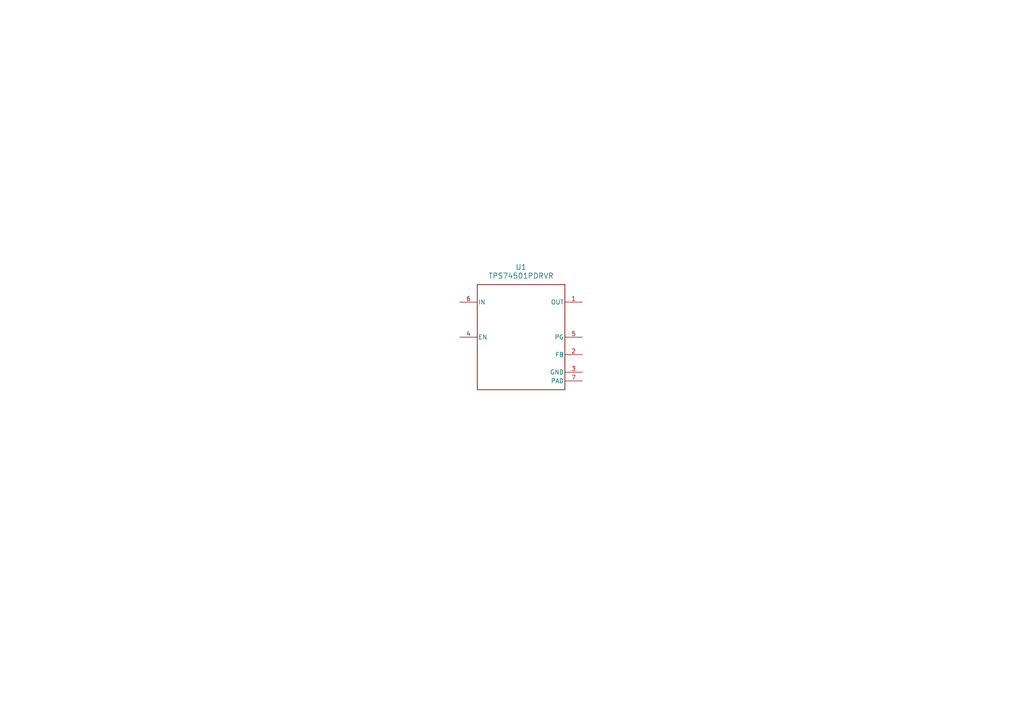
<source format=kicad_sch>
(kicad_sch (version 20231120) (generator "eeschema") (generator_version "8.0")
  (paper "A4")
  (lib_symbols
    (symbol "LDO:TPS74501PDRVR" (pin_names (offset 0.254))
      (property "Reference" "U" (at 0 2.54 0))
      (property "Value" "TPS74501PDRVR" (at 0 0 0))
      (symbol "TPS74501PDRVR_0_1"
        (polyline (pts (xy -12.7 -15.24) (xy 12.7 -15.24)) (stroke (width 0.2032)))
        (polyline (pts (xy -12.7 15.24) (xy -12.7 -15.24)) (stroke (width 0.2032)))
        (polyline (pts (xy 12.7 -15.24) (xy 12.7 15.24)) (stroke (width 0.2032)))
        (polyline (pts (xy 12.7 15.24) (xy -12.7 15.24)) (stroke (width 0.2032)))
        (pin power_in line (at 17.78 10.16 180) (length 5.08) (name "OUT") (number "1"))
        (pin input line (at 17.78 -5.08 180) (length 5.08) (name "FB") (number "2"))
        (pin power_in line (at 17.78 -10.16 180) (length 5.08) (name "GND") (number "3"))
        (pin input line (at -17.78 0 0) (length 5.08) (name "EN") (number "4"))
        (pin open_collector line (at 17.78 0 180) (length 5.08) (name "PG") (number "5"))
        (pin power_in line (at -17.78 10.16 0) (length 5.08) (name "IN") (number "6"))
        (pin power_in line (at 17.78 -12.7 180) (length 5.08) (name "PAD") (number "7"))
      )
    )
  )
  (symbol (lib_id "LDO:TPS74501PDRVR") (at 151.13 97.79 0) (unit 1)
    (property "Reference" "U1" (at 151.13 77.47 0) (effects (font (size 1.524 1.524))))
    (property "Value" "TPS74501PDRVR" (at 151.13 80.01 0) (effects (font (size 1.524 1.524))))
    (property "Footprint" "DRV0006A" (effects (hide yes)))
    (property "Datasheet" "TPS74501PDRVR" (effects (hide yes)))
    (property "Sim.Library" "/home/maxwell/Desktop/ee699/sp-24-EE628/6_Test/2_PCB/test_board_1/TestBoardEDA/models/TPS74501P_TRANS.lib" (effects (hide yes)))
    (property "Sim.Name" "TPS74501P_TRANS" (effects (hide yes)))
    (property "Sim.Device" "SUBCKT" (effects (hide yes)))
    (property "Sim.Pins" "1=VOUT 2=FB 4=EN 5=PG 6=VIN 7=GND" (effects (hide yes)))
  )
)
</source>
